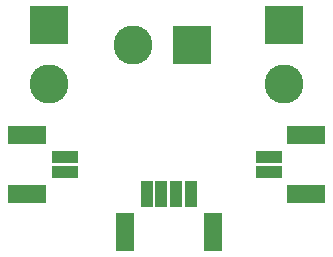
<source format=gts>
G04*
G04 #@! TF.GenerationSoftware,Altium Limited,Altium Designer,24.1.2 (44)*
G04*
G04 Layer_Color=8388736*
%FSLAX44Y44*%
%MOMM*%
G71*
G04*
G04 #@! TF.SameCoordinates,88338F56-DE7A-4AE7-A4E1-60EBC265CD24*
G04*
G04*
G04 #@! TF.FilePolarity,Negative*
G04*
G01*
G75*
%ADD12R,1.1080X2.2080*%
%ADD13R,1.5080X3.2080*%
%ADD14R,2.2080X1.1080*%
%ADD15R,3.2080X1.5080*%
%ADD16R,3.3080X3.3080*%
%ADD17C,3.3080*%
%ADD18R,3.3080X3.3080*%
D12*
X452312Y335838D02*
D03*
X464812D02*
D03*
X477312D02*
D03*
X489812D02*
D03*
D13*
X433812Y303838D02*
D03*
X508312D02*
D03*
D14*
X555744Y354853D02*
D03*
Y367353D02*
D03*
X383010D02*
D03*
Y354853D02*
D03*
D15*
X587744Y385853D02*
D03*
Y336353D02*
D03*
X351010D02*
D03*
Y385853D02*
D03*
D16*
X491062Y461875D02*
D03*
D17*
X441062D02*
D03*
X369883Y429000D02*
D03*
X568870D02*
D03*
D18*
X369883Y479000D02*
D03*
X568870D02*
D03*
M02*

</source>
